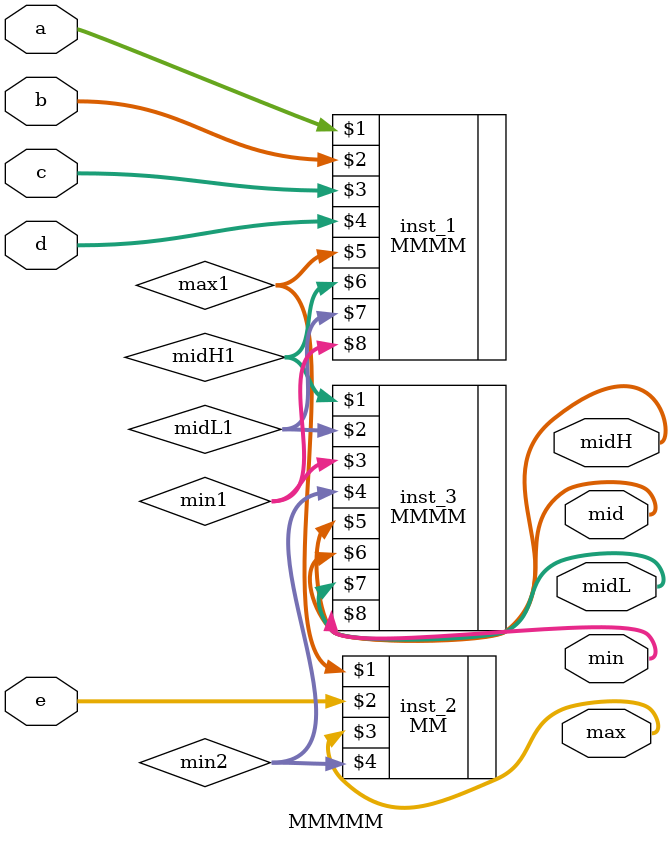
<source format=v>
module MMMMM (
     input [7:0] a, b, c, d, e, 
	 output [7:0] max, midH, mid, midL, min
	 );
	 wire [7:0] max1, midH1, midL1, min1, min2;
	 
	 MMMM inst_1 (a, b, c, d, max1, midH1, midL1, min1);
	 MM inst_2 (max1, e, max, min2);
	 MMMM inst_3 (midH1, midL1, min1, min2, midH, mid, midL, min);
	 
	endmodule
</source>
